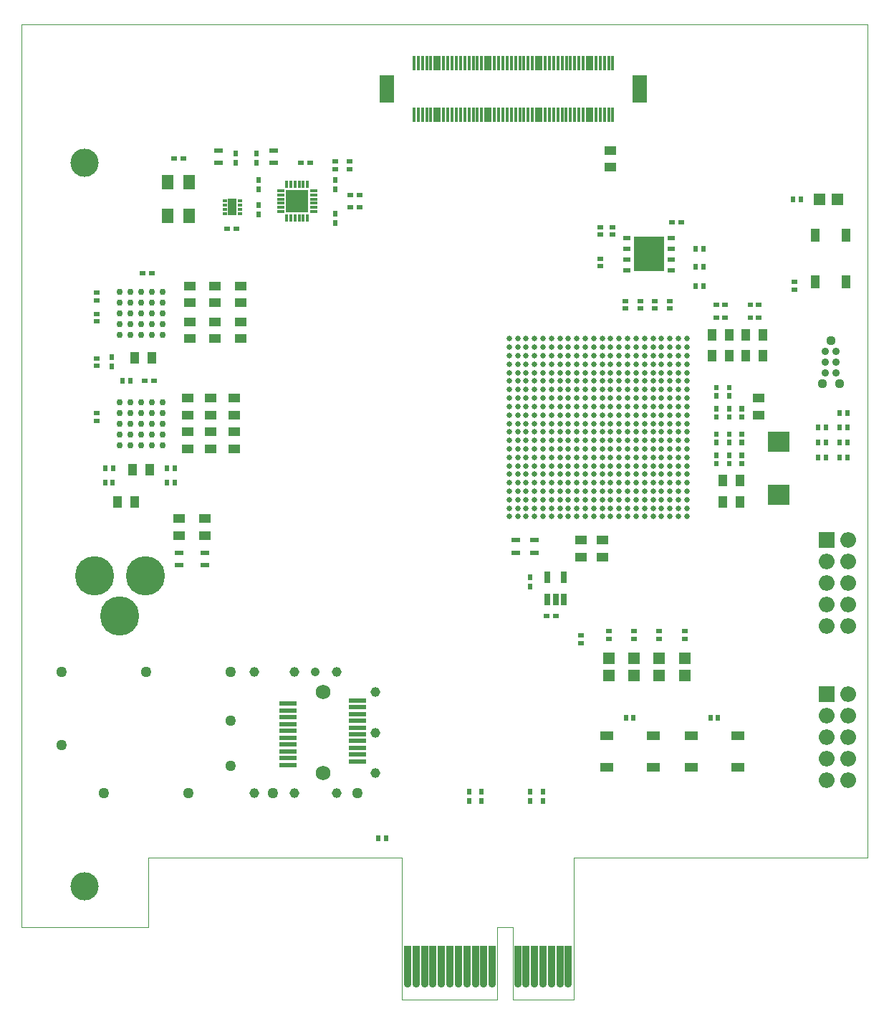
<source format=gts>
G04 #@! TF.FileFunction,Soldermask,Top*
%FSLAX46Y46*%
G04 Gerber Fmt 4.6, Leading zero omitted, Abs format (unit mm)*
G04 Created by KiCad (PCBNEW 4.0.1-stable) date Saturday, December 26, 2015 'PMt' 06:59:42 PM*
%MOMM*%
G01*
G04 APERTURE LIST*
%ADD10C,0.100000*%
%ADD11C,0.050000*%
%ADD12R,1.325880X1.325880*%
%ADD13R,1.854200X1.854200*%
%ADD14O,1.854200X1.854200*%
%ADD15C,4.627000*%
%ADD16R,0.747000X1.347000*%
%ADD17R,1.377000X1.127000*%
%ADD18C,0.762000*%
%ADD19R,0.527000X0.727000*%
%ADD20R,0.727000X0.627000*%
%ADD21R,1.027000X0.627000*%
%ADD22R,1.127000X1.377000*%
%ADD23R,0.627000X0.727000*%
%ADD24R,0.727000X0.527000*%
%ADD25R,0.827000X4.627000*%
%ADD26O,0.827000X0.627000*%
%ADD27C,3.327000*%
%ADD28C,0.630000*%
%ADD29C,1.077000*%
%ADD30C,1.177000*%
%ADD31C,1.277000*%
%ADD32O,0.377000X0.927000*%
%ADD33O,0.927000X0.377000*%
%ADD34R,1.377000X1.377000*%
%ADD35R,0.627000X0.427000*%
%ADD36R,1.027000X1.007000*%
%ADD37R,1.427000X1.727000*%
%ADD38R,3.527000X4.127000*%
%ADD39R,0.877000X0.627000*%
%ADD40R,1.627000X0.977000*%
%ADD41R,0.977000X1.627000*%
%ADD42C,1.727000*%
%ADD43R,2.127000X0.627000*%
%ADD44R,0.459720X1.760200*%
%ADD45R,0.861040X1.760200*%
%ADD46R,1.760200X3.258800*%
%ADD47R,2.557000X2.497000*%
%ADD48C,0.427000*%
%ADD49R,0.327000X0.427000*%
%ADD50R,0.427000X0.627000*%
%ADD51R,0.427000X0.327000*%
%ADD52O,0.914000X0.914000*%
%ADD53C,1.118000*%
G04 APERTURE END LIST*
D10*
D11*
X107150000Y-138250000D02*
X141850000Y-138250000D01*
X107150000Y-155000000D02*
X107150000Y-138250000D01*
X99950000Y-155000000D02*
X107150000Y-155000000D01*
X99950000Y-146500000D02*
X99950000Y-155000000D01*
X98050000Y-146500000D02*
X99950000Y-146500000D01*
X98050000Y-155000000D02*
X98050000Y-146500000D01*
X86850000Y-155000000D02*
X98050000Y-155000000D01*
X86850000Y-138250000D02*
X86850000Y-155000000D01*
X56850000Y-138250000D02*
X86850000Y-138250000D01*
X56850000Y-146500000D02*
X56850000Y-138250000D01*
X41850000Y-146500000D02*
X56850000Y-146500000D01*
X41850000Y-39850000D02*
X41850000Y-146500000D01*
X141850000Y-39850000D02*
X41850000Y-39850000D01*
X141850000Y-138250000D02*
X141850000Y-39850000D01*
D12*
X136200980Y-60500000D03*
X138299020Y-60500000D03*
X111250000Y-114700980D03*
X111250000Y-116799020D03*
X114250000Y-114700980D03*
X114250000Y-116799020D03*
X117250000Y-114700980D03*
X117250000Y-116799020D03*
X120250000Y-114700980D03*
X120250000Y-116799020D03*
D13*
X137000000Y-100750000D03*
D14*
X139540000Y-100750000D03*
X137000000Y-103290000D03*
X139540000Y-103290000D03*
X137000000Y-105830000D03*
X139540000Y-105830000D03*
X137000000Y-108370000D03*
X139540000Y-108370000D03*
X137000000Y-110910000D03*
X139540000Y-110910000D03*
D13*
X137000000Y-119000000D03*
D14*
X139540000Y-119000000D03*
X137000000Y-121540000D03*
X139540000Y-121540000D03*
X137000000Y-124080000D03*
X139540000Y-124080000D03*
X137000000Y-126620000D03*
X139540000Y-126620000D03*
X137000000Y-129160000D03*
X139540000Y-129160000D03*
D15*
X56500000Y-105000000D03*
X50500000Y-105000000D03*
X53500000Y-109700000D03*
D16*
X104050000Y-107810000D03*
X105000000Y-107810000D03*
X105950000Y-107810000D03*
X105950000Y-105190000D03*
X104050000Y-105190000D03*
D17*
X61500000Y-90000000D03*
X61500000Y-88000000D03*
D18*
X58540000Y-89540000D03*
X58540000Y-88270000D03*
X58540000Y-87000000D03*
X58540000Y-85730000D03*
X58540000Y-84460000D03*
X57270000Y-89540000D03*
X57270000Y-88270000D03*
X57270000Y-87000000D03*
X57270000Y-85730000D03*
X57270000Y-84460000D03*
X56000000Y-89540000D03*
X56000000Y-88270000D03*
X56000000Y-87000000D03*
X56000000Y-85730000D03*
X56000000Y-84460000D03*
X54730000Y-89540000D03*
X54730000Y-88270000D03*
X54730000Y-87000000D03*
X54730000Y-85730000D03*
X54730000Y-84460000D03*
X53460000Y-89540000D03*
X53460000Y-88270000D03*
X53460000Y-87000000D03*
X53460000Y-85730000D03*
X53460000Y-84460000D03*
D17*
X61500000Y-84000000D03*
X61500000Y-86000000D03*
D19*
X53800000Y-82000000D03*
X54700000Y-82000000D03*
D20*
X56450000Y-82000000D03*
X57550000Y-82000000D03*
D17*
X63500000Y-100250000D03*
X63500000Y-98250000D03*
D21*
X63500000Y-103750000D03*
X63500000Y-102250000D03*
D17*
X64750000Y-70750000D03*
X64750000Y-72750000D03*
X61750000Y-77000000D03*
X61750000Y-75000000D03*
D22*
X57250000Y-79250000D03*
X55250000Y-79250000D03*
X55250000Y-96250000D03*
X53250000Y-96250000D03*
D20*
X56200000Y-69250000D03*
X57300000Y-69250000D03*
D17*
X64750000Y-77000000D03*
X64750000Y-75000000D03*
X60500000Y-98250000D03*
X60500000Y-100250000D03*
D21*
X60500000Y-102250000D03*
X60500000Y-103750000D03*
D17*
X61750000Y-70750000D03*
X61750000Y-72750000D03*
D23*
X52500000Y-79200000D03*
X52500000Y-80300000D03*
D18*
X58540000Y-76540000D03*
X58540000Y-75270000D03*
X58540000Y-74000000D03*
X58540000Y-72730000D03*
X58540000Y-71460000D03*
X57270000Y-76540000D03*
X57270000Y-75270000D03*
X57270000Y-74000000D03*
X57270000Y-72730000D03*
X57270000Y-71460000D03*
X56000000Y-76540000D03*
X56000000Y-75270000D03*
X56000000Y-74000000D03*
X56000000Y-72730000D03*
X56000000Y-71460000D03*
X54730000Y-76540000D03*
X54730000Y-75270000D03*
X54730000Y-74000000D03*
X54730000Y-72730000D03*
X54730000Y-71460000D03*
X53460000Y-76540000D03*
X53460000Y-75270000D03*
X53460000Y-74000000D03*
X53460000Y-72730000D03*
X53460000Y-71460000D03*
D24*
X50750000Y-74050000D03*
X50750000Y-74950000D03*
X50750000Y-72450000D03*
X50750000Y-71550000D03*
X50750000Y-80200000D03*
X50750000Y-79300000D03*
D19*
X51800000Y-92250000D03*
X52700000Y-92250000D03*
X52650000Y-94000000D03*
X51750000Y-94000000D03*
X59050000Y-94000000D03*
X59950000Y-94000000D03*
D22*
X57000000Y-92500000D03*
X55000000Y-92500000D03*
D19*
X59950000Y-92250000D03*
X59050000Y-92250000D03*
D25*
X100500000Y-151000000D03*
X101500000Y-151000000D03*
X102500000Y-151000000D03*
X103500000Y-151000000D03*
X104500000Y-151000000D03*
X105500000Y-151000000D03*
X106500000Y-151000000D03*
X97500000Y-151000000D03*
X96500000Y-151000000D03*
X95500000Y-151000000D03*
X94500000Y-151000000D03*
X93500000Y-151000000D03*
X92500000Y-151000000D03*
X91500000Y-151000000D03*
X90500000Y-151000000D03*
X89500000Y-151000000D03*
X88500000Y-151000000D03*
X87500000Y-151000000D03*
D26*
X100500000Y-153250000D03*
X101500000Y-153250000D03*
X102500000Y-153250000D03*
X103500000Y-153250000D03*
X104500000Y-153250000D03*
X105500000Y-153250000D03*
X106500000Y-153250000D03*
X97500000Y-153250000D03*
X96500000Y-153250000D03*
X95500000Y-153250000D03*
X94500000Y-153250000D03*
X93500000Y-153250000D03*
X92500000Y-153250000D03*
X91500000Y-153250000D03*
X90500000Y-153250000D03*
X89500000Y-153250000D03*
X88500000Y-153250000D03*
X87500000Y-153250000D03*
D27*
X49350000Y-141650000D03*
X49350000Y-56250000D03*
D28*
X99500000Y-98000000D03*
X99500000Y-97000000D03*
X99500000Y-96000000D03*
X99500000Y-95000000D03*
X99500000Y-94000000D03*
X99500000Y-93000000D03*
X99500000Y-92000000D03*
X99500000Y-91000000D03*
X99500000Y-90000000D03*
X99500000Y-89000000D03*
X99500000Y-88000000D03*
X99500000Y-87000000D03*
X99500000Y-86000000D03*
X99500000Y-85000000D03*
X99500000Y-84000000D03*
X99500000Y-83000000D03*
X99500000Y-82000000D03*
X99500000Y-81000000D03*
X99500000Y-80000000D03*
X99500000Y-79000000D03*
X99500000Y-78000000D03*
X99500000Y-77000000D03*
X100500000Y-98000000D03*
X100500000Y-97000000D03*
X100500000Y-96000000D03*
X100500000Y-95000000D03*
X101500000Y-95000000D03*
X101500000Y-96000000D03*
X101500000Y-97000000D03*
X100500000Y-94000000D03*
X101500000Y-94000000D03*
X101500000Y-98000000D03*
X102500000Y-98000000D03*
X102500000Y-97000000D03*
X103500000Y-97000000D03*
X103500000Y-98000000D03*
X104500000Y-98000000D03*
X104500000Y-97000000D03*
X105500000Y-97000000D03*
X105500000Y-98000000D03*
X106500000Y-98000000D03*
X106500000Y-97000000D03*
X107500000Y-97000000D03*
X107500000Y-98000000D03*
X102500000Y-96000000D03*
X102500000Y-95000000D03*
X102500000Y-94000000D03*
X103500000Y-94000000D03*
X103500000Y-95000000D03*
X103500000Y-96000000D03*
X104500000Y-96000000D03*
X104500000Y-95000000D03*
X104500000Y-94000000D03*
X105500000Y-96000000D03*
X105500000Y-95000000D03*
X105500000Y-94000000D03*
X106500000Y-94000000D03*
X106500000Y-95000000D03*
X106500000Y-96000000D03*
X107500000Y-96000000D03*
X107500000Y-95000000D03*
X107500000Y-94000000D03*
X108500000Y-94000000D03*
X108500000Y-95000000D03*
X108500000Y-96000000D03*
X108500000Y-97000000D03*
X108500000Y-98000000D03*
X109500000Y-98000000D03*
X109500000Y-97000000D03*
X109500000Y-96000000D03*
X109500000Y-95000000D03*
X109500000Y-94000000D03*
X110500000Y-98000000D03*
X110500000Y-97000000D03*
X110500000Y-96000000D03*
X110500000Y-95000000D03*
X110500000Y-94000000D03*
X111500000Y-94000000D03*
X111500000Y-95000000D03*
X111500000Y-96000000D03*
X111500000Y-97000000D03*
X111500000Y-98000000D03*
X112500000Y-98000000D03*
X112500000Y-97000000D03*
X113500000Y-97000000D03*
X113500000Y-98000000D03*
X114500000Y-98000000D03*
X114500000Y-97000000D03*
X115500000Y-97000000D03*
X115500000Y-98000000D03*
X116500000Y-98000000D03*
X116500000Y-97000000D03*
X117500000Y-97000000D03*
X117500000Y-98000000D03*
X118500000Y-98000000D03*
X118500000Y-97000000D03*
X119500000Y-97000000D03*
X119500000Y-98000000D03*
X120500000Y-98000000D03*
X120500000Y-97000000D03*
X120500000Y-96000000D03*
X120500000Y-95000000D03*
X120500000Y-94000000D03*
X120500000Y-93000000D03*
X120500000Y-92000000D03*
X119500000Y-96000000D03*
X119500000Y-95000000D03*
X119500000Y-94000000D03*
X119500000Y-93000000D03*
X119500000Y-92000000D03*
X119500000Y-91000000D03*
X119500000Y-90000000D03*
X119500000Y-89000000D03*
X119500000Y-88000000D03*
X119500000Y-87000000D03*
X119500000Y-86000000D03*
X120500000Y-86000000D03*
X120500000Y-87000000D03*
X120500000Y-88000000D03*
X120500000Y-89000000D03*
X120500000Y-90000000D03*
X120500000Y-91000000D03*
X119500000Y-85000000D03*
X119500000Y-84000000D03*
X119500000Y-83000000D03*
X119500000Y-82000000D03*
X119500000Y-81000000D03*
X119500000Y-80000000D03*
X119500000Y-79000000D03*
X119500000Y-78000000D03*
X119500000Y-77000000D03*
X120500000Y-77000000D03*
X120500000Y-78000000D03*
X120500000Y-79000000D03*
X120500000Y-80000000D03*
X120500000Y-81000000D03*
X120500000Y-82000000D03*
X120500000Y-83000000D03*
X120500000Y-84000000D03*
X120500000Y-85000000D03*
X118500000Y-78000000D03*
X118500000Y-77000000D03*
X117500000Y-77000000D03*
X117500000Y-78000000D03*
X116500000Y-78000000D03*
X116500000Y-77000000D03*
X115500000Y-77000000D03*
X115500000Y-78000000D03*
X114500000Y-78000000D03*
X114500000Y-77000000D03*
X113500000Y-78000000D03*
X113500000Y-77000000D03*
X112500000Y-77000000D03*
X112500000Y-78000000D03*
X111500000Y-78000000D03*
X111500000Y-77000000D03*
X110500000Y-77000000D03*
X110500000Y-78000000D03*
X109500000Y-78000000D03*
X109500000Y-77000000D03*
X108500000Y-77000000D03*
X108500000Y-78000000D03*
X107500000Y-78000000D03*
X107500000Y-77000000D03*
X100500000Y-93000000D03*
X100500000Y-92000000D03*
X100500000Y-91000000D03*
X100500000Y-90000000D03*
X100500000Y-89000000D03*
X100500000Y-88000000D03*
X100500000Y-87000000D03*
X100500000Y-86000000D03*
X100500000Y-85000000D03*
X100500000Y-84000000D03*
X100500000Y-83000000D03*
X100500000Y-82000000D03*
X100500000Y-81000000D03*
X100500000Y-80000000D03*
X100500000Y-79000000D03*
X100500000Y-78000000D03*
X100500000Y-77000000D03*
X101500000Y-77000000D03*
X101500000Y-78000000D03*
X102500000Y-78000000D03*
X102500000Y-77000000D03*
X103500000Y-77000000D03*
X103500000Y-78000000D03*
X104500000Y-78000000D03*
X104500000Y-77000000D03*
X105500000Y-77000000D03*
X105500000Y-78000000D03*
X106500000Y-78000000D03*
X106500000Y-77000000D03*
X101500000Y-93000000D03*
X101500000Y-92000000D03*
X101500000Y-91000000D03*
X101500000Y-90000000D03*
X101500000Y-89000000D03*
X101500000Y-88000000D03*
X101500000Y-87000000D03*
X101500000Y-86000000D03*
X101500000Y-85000000D03*
X101500000Y-84000000D03*
X101500000Y-83000000D03*
X101500000Y-82000000D03*
X101500000Y-81000000D03*
X101500000Y-80000000D03*
X101500000Y-79000000D03*
X102500000Y-79000000D03*
X103500000Y-79000000D03*
X104500000Y-79000000D03*
X105500000Y-79000000D03*
X106500000Y-79000000D03*
X112500000Y-96000000D03*
X113500000Y-96000000D03*
X114500000Y-96000000D03*
X115500000Y-96000000D03*
X116500000Y-96000000D03*
X117500000Y-96000000D03*
X118500000Y-96000000D03*
X118500000Y-95000000D03*
X118500000Y-94000000D03*
X118500000Y-93000000D03*
X118500000Y-92000000D03*
X118500000Y-91000000D03*
X118500000Y-90000000D03*
X118500000Y-89000000D03*
X118500000Y-88000000D03*
X118500000Y-87000000D03*
X118500000Y-86000000D03*
X118500000Y-85000000D03*
X118500000Y-84000000D03*
X118500000Y-83000000D03*
X118500000Y-82000000D03*
X118500000Y-81000000D03*
X118500000Y-80000000D03*
X118500000Y-79000000D03*
X117500000Y-79000000D03*
X116500000Y-79000000D03*
X115500000Y-79000000D03*
X114500000Y-79000000D03*
X113500000Y-79000000D03*
X112500000Y-79000000D03*
X111500000Y-79000000D03*
X110500000Y-79000000D03*
X109500000Y-79000000D03*
X108500000Y-79000000D03*
X107500000Y-79000000D03*
X112500000Y-95000000D03*
X112500000Y-94000000D03*
X113500000Y-95000000D03*
X113500000Y-94000000D03*
X114500000Y-95000000D03*
X114500000Y-94000000D03*
X115500000Y-95000000D03*
X115500000Y-94000000D03*
X116500000Y-95000000D03*
X116500000Y-94000000D03*
X117500000Y-94000000D03*
X117500000Y-95000000D03*
X116500000Y-93000000D03*
X117500000Y-93000000D03*
X117500000Y-92000000D03*
X116500000Y-92000000D03*
X116500000Y-91000000D03*
X117500000Y-91000000D03*
X117500000Y-90000000D03*
X116500000Y-90000000D03*
X116500000Y-89000000D03*
X116500000Y-88000000D03*
X117500000Y-88000000D03*
X117500000Y-89000000D03*
X116500000Y-87000000D03*
X117500000Y-87000000D03*
X116500000Y-86000000D03*
X117500000Y-86000000D03*
X117500000Y-85000000D03*
X116500000Y-85000000D03*
X116500000Y-84000000D03*
X117500000Y-84000000D03*
X117500000Y-83000000D03*
X116500000Y-83000000D03*
X116500000Y-82000000D03*
X116500000Y-81000000D03*
X116500000Y-80000000D03*
X115500000Y-80000000D03*
X115500000Y-81000000D03*
X114500000Y-81000000D03*
X114500000Y-80000000D03*
X117500000Y-80000000D03*
X117500000Y-81000000D03*
X117500000Y-82000000D03*
X113500000Y-81000000D03*
X113500000Y-80000000D03*
X112500000Y-81000000D03*
X112500000Y-80000000D03*
X111500000Y-80000000D03*
X111500000Y-81000000D03*
X110500000Y-81000000D03*
X110500000Y-80000000D03*
X109500000Y-80000000D03*
X109500000Y-81000000D03*
X108500000Y-81000000D03*
X108500000Y-80000000D03*
X107500000Y-80000000D03*
X107500000Y-81000000D03*
X106500000Y-81000000D03*
X106500000Y-80000000D03*
X105500000Y-80000000D03*
X105500000Y-81000000D03*
X104500000Y-81000000D03*
X104500000Y-80000000D03*
X103500000Y-80000000D03*
X102500000Y-80000000D03*
X102500000Y-81000000D03*
X103500000Y-81000000D03*
X103500000Y-82000000D03*
X102500000Y-82000000D03*
X102500000Y-83000000D03*
X103500000Y-83000000D03*
X103500000Y-84000000D03*
X102500000Y-84000000D03*
X102500000Y-85000000D03*
X103500000Y-85000000D03*
X103500000Y-86000000D03*
X102500000Y-86000000D03*
X102500000Y-87000000D03*
X103500000Y-87000000D03*
X103500000Y-88000000D03*
X102500000Y-88000000D03*
X102500000Y-89000000D03*
X103500000Y-89000000D03*
X103500000Y-90000000D03*
X102500000Y-90000000D03*
X102500000Y-91000000D03*
X103500000Y-91000000D03*
X103500000Y-92000000D03*
X102500000Y-92000000D03*
X102500000Y-93000000D03*
X103500000Y-93000000D03*
X104500000Y-93000000D03*
X104500000Y-92000000D03*
X105500000Y-92000000D03*
X105500000Y-93000000D03*
X106500000Y-93000000D03*
X106500000Y-92000000D03*
X107500000Y-92000000D03*
X107500000Y-93000000D03*
X108500000Y-93000000D03*
X108500000Y-92000000D03*
X109500000Y-92000000D03*
X109500000Y-93000000D03*
X110500000Y-93000000D03*
X110500000Y-92000000D03*
X111500000Y-92000000D03*
X111500000Y-93000000D03*
X112500000Y-93000000D03*
X112500000Y-92000000D03*
X113500000Y-92000000D03*
X113500000Y-93000000D03*
X114500000Y-93000000D03*
X115500000Y-93000000D03*
X115500000Y-92000000D03*
X114500000Y-92000000D03*
X114500000Y-91000000D03*
X115500000Y-91000000D03*
X115500000Y-90000000D03*
X114500000Y-90000000D03*
X114500000Y-89000000D03*
X115500000Y-89000000D03*
X115500000Y-88000000D03*
X114500000Y-88000000D03*
X114500000Y-87000000D03*
X115500000Y-87000000D03*
X115500000Y-86000000D03*
X114500000Y-86000000D03*
X114500000Y-85000000D03*
X115500000Y-85000000D03*
X115500000Y-84000000D03*
X114500000Y-84000000D03*
X114500000Y-83000000D03*
X115500000Y-83000000D03*
X115500000Y-82000000D03*
X114500000Y-82000000D03*
X113500000Y-82000000D03*
X113500000Y-83000000D03*
X112500000Y-83000000D03*
X112500000Y-82000000D03*
X111500000Y-82000000D03*
X111500000Y-83000000D03*
X110500000Y-83000000D03*
X110500000Y-82000000D03*
X109500000Y-82000000D03*
X109500000Y-83000000D03*
X108500000Y-83000000D03*
X108500000Y-82000000D03*
X107500000Y-82000000D03*
X107500000Y-83000000D03*
X106500000Y-83000000D03*
X106500000Y-82000000D03*
X105500000Y-82000000D03*
X104500000Y-82000000D03*
X104500000Y-83000000D03*
X105500000Y-83000000D03*
X105500000Y-84000000D03*
X104500000Y-84000000D03*
X104500000Y-85000000D03*
X105500000Y-85000000D03*
X105500000Y-86000000D03*
X104500000Y-86000000D03*
X104500000Y-87000000D03*
X105500000Y-87000000D03*
X105500000Y-88000000D03*
X104500000Y-88000000D03*
X104500000Y-89000000D03*
X105500000Y-89000000D03*
X105500000Y-90000000D03*
X104500000Y-90000000D03*
X104500000Y-91000000D03*
X105500000Y-91000000D03*
X106500000Y-91000000D03*
X106500000Y-90000000D03*
X106500000Y-89000000D03*
X106500000Y-88000000D03*
X106500000Y-87000000D03*
X106500000Y-86000000D03*
X106500000Y-85000000D03*
X106500000Y-84000000D03*
X107500000Y-84000000D03*
X107500000Y-85000000D03*
X107500000Y-86000000D03*
X107500000Y-87000000D03*
X107500000Y-88000000D03*
X107500000Y-89000000D03*
X107500000Y-91000000D03*
X107500000Y-90000000D03*
X108500000Y-91000000D03*
X108500000Y-90000000D03*
X109500000Y-90000000D03*
X109500000Y-91000000D03*
X110500000Y-91000000D03*
X110500000Y-90000000D03*
X111500000Y-91000000D03*
X111500000Y-90000000D03*
X112500000Y-90000000D03*
X112500000Y-91000000D03*
X113500000Y-91000000D03*
X113500000Y-90000000D03*
X113500000Y-89000000D03*
X113500000Y-88000000D03*
X112500000Y-88000000D03*
X112500000Y-89000000D03*
X111500000Y-89000000D03*
X111500000Y-88000000D03*
X111500000Y-87000000D03*
X112500000Y-87000000D03*
X113500000Y-87000000D03*
X113500000Y-86000000D03*
X112500000Y-86000000D03*
X111500000Y-86000000D03*
X111500000Y-85000000D03*
X111500000Y-84000000D03*
X112500000Y-84000000D03*
X112500000Y-85000000D03*
X113500000Y-85000000D03*
X113500000Y-84000000D03*
X110500000Y-84000000D03*
X109500000Y-84000000D03*
X108500000Y-84000000D03*
X108500000Y-85000000D03*
X109500000Y-85000000D03*
X110500000Y-85000000D03*
X110500000Y-86000000D03*
X109500000Y-86000000D03*
X108500000Y-86000000D03*
X108500000Y-87000000D03*
X108500000Y-88000000D03*
X108500000Y-89000000D03*
X109500000Y-89000000D03*
X109500000Y-88000000D03*
X109500000Y-87000000D03*
X110500000Y-87000000D03*
X110500000Y-88000000D03*
X110500000Y-89000000D03*
D29*
X76600000Y-116375000D03*
D30*
X79100000Y-116375000D03*
X74100000Y-116375000D03*
X69400000Y-116375000D03*
X69400000Y-130625000D03*
X79100000Y-130625000D03*
X74100000Y-130625000D03*
X83700000Y-118700000D03*
X83700000Y-123500000D03*
X83700000Y-128300000D03*
D31*
X71600000Y-130625000D03*
X81600000Y-130625000D03*
X66600000Y-116375000D03*
X66600000Y-122055000D03*
X66600000Y-127455000D03*
X56600000Y-116375000D03*
X46600000Y-116375000D03*
X61600000Y-130625000D03*
X51600000Y-130625000D03*
X46600000Y-124955000D03*
D32*
X73175000Y-62700000D03*
X73675000Y-62700000D03*
X74175000Y-62700000D03*
X74675000Y-62700000D03*
X75175000Y-62700000D03*
X75675000Y-62700000D03*
D33*
X76375000Y-62000000D03*
X76375000Y-61500000D03*
X76375000Y-61000000D03*
X76375000Y-60500000D03*
X76375000Y-60000000D03*
X76375000Y-59500000D03*
D32*
X75675000Y-58800000D03*
X75175000Y-58800000D03*
X74675000Y-58800000D03*
X74175000Y-58800000D03*
X73675000Y-58800000D03*
X73175000Y-58800000D03*
D33*
X72475000Y-59500000D03*
X72475000Y-60000000D03*
X72475000Y-60500000D03*
X72475000Y-61000000D03*
X72475000Y-61500000D03*
X72475000Y-62000000D03*
D34*
X75050000Y-60125000D03*
X73800000Y-60125000D03*
X75050000Y-61375000D03*
X73800000Y-61375000D03*
D35*
X67675000Y-62190000D03*
X67675000Y-61690000D03*
X67675000Y-61190000D03*
X67675000Y-60690000D03*
X65875000Y-60690000D03*
X65875000Y-61190000D03*
X65875000Y-61690000D03*
X65875000Y-62190000D03*
D36*
X66775000Y-61000000D03*
X66775000Y-61880000D03*
D37*
X61675000Y-58500000D03*
X61675000Y-62500000D03*
X59175000Y-62500000D03*
X59175000Y-58500000D03*
D38*
X116000000Y-67000000D03*
D39*
X113375000Y-66365000D03*
X113375000Y-67635000D03*
X113375000Y-68905000D03*
X113375000Y-65095000D03*
X118625000Y-65095000D03*
X118625000Y-66365000D03*
X118625000Y-67635000D03*
X118625000Y-68905000D03*
D40*
X111000000Y-127600000D03*
X116500000Y-127600000D03*
X116500000Y-123900000D03*
X111000000Y-123900000D03*
X121000000Y-127600000D03*
X126500000Y-127600000D03*
X126500000Y-123900000D03*
X121000000Y-123900000D03*
D41*
X139350000Y-70250000D03*
X139350000Y-64750000D03*
X135650000Y-64750000D03*
X135650000Y-70250000D03*
D19*
X113300000Y-121750000D03*
X114200000Y-121750000D03*
X123300000Y-121750000D03*
X124200000Y-121750000D03*
D24*
X120250000Y-112450000D03*
X120250000Y-111550000D03*
X117250000Y-112450000D03*
X117250000Y-111550000D03*
X114250000Y-112450000D03*
X114250000Y-111550000D03*
X111250000Y-112450000D03*
X111250000Y-111550000D03*
D19*
X121550000Y-70750000D03*
X122450000Y-70750000D03*
X122450000Y-68500000D03*
X121550000Y-68500000D03*
D24*
X133250000Y-71200000D03*
X133250000Y-70300000D03*
D19*
X133050000Y-60500000D03*
X133950000Y-60500000D03*
X139450000Y-85750000D03*
X138550000Y-85750000D03*
D24*
X111750000Y-63800000D03*
X111750000Y-64700000D03*
D19*
X136950000Y-91000000D03*
X136050000Y-91000000D03*
X139450000Y-91000000D03*
X138550000Y-91000000D03*
X122450000Y-66375000D03*
X121550000Y-66375000D03*
D24*
X110250000Y-67550000D03*
X110250000Y-68450000D03*
X110250000Y-63800000D03*
X110250000Y-64700000D03*
D19*
X136950000Y-89250000D03*
X136050000Y-89250000D03*
X139450000Y-89250000D03*
X138550000Y-89250000D03*
D24*
X118500000Y-72550000D03*
X118500000Y-73450000D03*
X116750000Y-72550000D03*
X116750000Y-73450000D03*
X115000000Y-72550000D03*
X115000000Y-73450000D03*
X113250000Y-72550000D03*
X113250000Y-73450000D03*
D19*
X136950000Y-87500000D03*
X136050000Y-87500000D03*
X139450000Y-87500000D03*
X138550000Y-87500000D03*
X84950000Y-136000000D03*
X84050000Y-136000000D03*
D24*
X108000000Y-112050000D03*
X108000000Y-112950000D03*
D42*
X77500000Y-118700000D03*
X77500000Y-128300000D03*
D43*
X73400000Y-120100000D03*
X73400000Y-120900000D03*
X73400000Y-121700000D03*
X73400000Y-122500000D03*
X73400000Y-123300000D03*
X73400000Y-124100000D03*
X73400000Y-124900000D03*
X73400000Y-125700000D03*
X73400000Y-126500000D03*
X73400000Y-127300000D03*
X81600000Y-126900000D03*
X81600000Y-126100000D03*
X81600000Y-125300000D03*
X81600000Y-124500000D03*
X81600000Y-123700000D03*
X81600000Y-122900000D03*
X81600000Y-122100000D03*
X81600000Y-121300000D03*
X81600000Y-120500000D03*
X81600000Y-119700000D03*
D44*
X88249960Y-50560700D03*
X88750340Y-50560700D03*
X89250720Y-50560700D03*
X89751100Y-50560700D03*
X90248940Y-50560700D03*
D45*
X91000780Y-50560700D03*
D44*
X91750080Y-50560700D03*
X92250460Y-50560700D03*
X92750840Y-50560700D03*
X93251220Y-50560700D03*
X93749060Y-50560700D03*
X94249440Y-50560700D03*
X94749820Y-50560700D03*
X95250200Y-50560700D03*
X95750580Y-50560700D03*
X96250960Y-50560700D03*
D45*
X97000260Y-50560700D03*
D44*
X97749560Y-50560700D03*
X98249940Y-50560700D03*
X98750320Y-50560700D03*
X99250700Y-50560700D03*
X99751080Y-50560700D03*
X100248920Y-50560700D03*
X100749300Y-50560700D03*
X101249680Y-50560700D03*
X101750060Y-50560700D03*
X102250440Y-50560700D03*
D45*
X103002280Y-50560700D03*
D44*
X103749040Y-50560700D03*
X104249420Y-50560700D03*
X104749800Y-50560700D03*
X105250180Y-50560700D03*
X105750560Y-50560700D03*
X106250940Y-50560700D03*
X106748780Y-50560700D03*
X107249160Y-50560700D03*
X107749540Y-50560700D03*
X108249920Y-50560700D03*
D45*
X109001760Y-50560700D03*
D44*
X109751060Y-50560700D03*
X110248900Y-50560700D03*
X110749280Y-50560700D03*
X111249660Y-50560700D03*
X111750040Y-50560700D03*
X111755120Y-44459620D03*
X111254740Y-44459620D03*
X110754360Y-44459620D03*
X110253980Y-44459620D03*
X109756140Y-44459620D03*
D45*
X109006840Y-44459620D03*
D44*
X108255000Y-44459620D03*
X107754620Y-44459620D03*
X107254240Y-44459620D03*
X106753860Y-44459620D03*
X106256020Y-44459620D03*
X105755640Y-44459620D03*
X105255260Y-44459620D03*
X104754880Y-44459620D03*
X104254500Y-44459620D03*
X103754120Y-44459620D03*
D45*
X103004820Y-44459620D03*
D44*
X102252980Y-44459620D03*
X101752600Y-44459620D03*
X101252220Y-44459620D03*
X100751840Y-44459620D03*
X100254000Y-44459620D03*
X99753620Y-44459620D03*
X99253240Y-44459620D03*
X98752860Y-44459620D03*
X98252480Y-44459620D03*
X97752100Y-44459620D03*
D45*
X97002800Y-44459620D03*
D44*
X96250960Y-44459620D03*
X95750580Y-44459620D03*
X95250200Y-44459620D03*
X94749820Y-44459620D03*
X94251980Y-44459620D03*
X93751600Y-44459620D03*
X93251220Y-44459620D03*
X92750840Y-44459620D03*
X92250460Y-44459620D03*
X91750080Y-44459620D03*
D45*
X91000780Y-44459620D03*
D44*
X90248940Y-44459620D03*
X89751100Y-44459620D03*
X89250720Y-44459620D03*
X88750340Y-44459620D03*
X88249960Y-44459620D03*
D46*
X114950440Y-47500000D03*
X85049560Y-47500000D03*
D21*
X65175000Y-54750000D03*
X65175000Y-56250000D03*
X71675000Y-54750000D03*
X71675000Y-56250000D03*
X102500000Y-102250000D03*
X102500000Y-100750000D03*
X100250000Y-102250000D03*
X100250000Y-100750000D03*
D23*
X78925000Y-59350000D03*
X78925000Y-58250000D03*
X69925000Y-62350000D03*
X69925000Y-61250000D03*
X69675000Y-56250000D03*
X69675000Y-55150000D03*
D20*
X60975000Y-55750000D03*
X59875000Y-55750000D03*
D23*
X78925000Y-62250000D03*
X78925000Y-63350000D03*
D20*
X67225000Y-64000000D03*
X66125000Y-64000000D03*
X74875000Y-56250000D03*
X75975000Y-56250000D03*
D23*
X67175000Y-56250000D03*
X67175000Y-55150000D03*
X69925000Y-59350000D03*
X69925000Y-58250000D03*
D20*
X118700000Y-63250000D03*
X119800000Y-63250000D03*
X80700000Y-61500000D03*
X81800000Y-61500000D03*
X80700000Y-60000000D03*
X81800000Y-60000000D03*
D22*
X124750000Y-96250000D03*
X126750000Y-96250000D03*
X127500000Y-76500000D03*
X129500000Y-76500000D03*
X124750000Y-93750000D03*
X126750000Y-93750000D03*
D17*
X111500000Y-54750000D03*
X111500000Y-56750000D03*
D22*
X127500000Y-79000000D03*
X129500000Y-79000000D03*
X123500000Y-76500000D03*
X125500000Y-76500000D03*
D17*
X129000000Y-86000000D03*
X129000000Y-84000000D03*
D22*
X123500000Y-79000000D03*
X125500000Y-79000000D03*
D17*
X108000000Y-100750000D03*
X108000000Y-102750000D03*
X110500000Y-100750000D03*
X110500000Y-102750000D03*
D47*
X131350000Y-95420000D03*
X131350000Y-89180000D03*
D23*
X103475000Y-130450000D03*
X103475000Y-131550000D03*
X102000000Y-130450000D03*
X102000000Y-131550000D03*
X96250000Y-130450000D03*
X96250000Y-131550000D03*
X94750000Y-130475000D03*
X94750000Y-131575000D03*
D24*
X80675000Y-56050000D03*
X80675000Y-56950000D03*
X78925000Y-56050000D03*
X78925000Y-56950000D03*
D35*
X127000000Y-88250000D03*
X127000000Y-89250000D03*
D48*
X127100000Y-88400000D03*
X126900000Y-88400000D03*
X126900000Y-88100000D03*
X127100000Y-88100000D03*
X127100000Y-89100000D03*
X126900000Y-89100000D03*
X126900000Y-89400000D03*
X127100000Y-89400000D03*
D49*
X127000000Y-89400000D03*
X127000000Y-89100000D03*
X127000000Y-88400000D03*
X127000000Y-88100000D03*
D35*
X124000000Y-88250000D03*
X124000000Y-89250000D03*
D48*
X124100000Y-88400000D03*
X123900000Y-88400000D03*
X123900000Y-88100000D03*
X124100000Y-88100000D03*
X124100000Y-89100000D03*
X123900000Y-89100000D03*
X123900000Y-89400000D03*
X124100000Y-89400000D03*
D49*
X124000000Y-89400000D03*
X124000000Y-89100000D03*
X124000000Y-88400000D03*
X124000000Y-88100000D03*
D50*
X128000000Y-74500000D03*
X129000000Y-74500000D03*
D48*
X128150000Y-74400000D03*
X128150000Y-74600000D03*
X127850000Y-74600000D03*
X127850000Y-74400000D03*
X128850000Y-74400000D03*
X128850000Y-74600000D03*
X129150000Y-74600000D03*
X129150000Y-74400000D03*
D51*
X129150000Y-74500000D03*
X128850000Y-74500000D03*
X128150000Y-74500000D03*
X127850000Y-74500000D03*
D35*
X125500000Y-88250000D03*
X125500000Y-89250000D03*
D48*
X125600000Y-88400000D03*
X125400000Y-88400000D03*
X125400000Y-88100000D03*
X125600000Y-88100000D03*
X125600000Y-89100000D03*
X125400000Y-89100000D03*
X125400000Y-89400000D03*
X125600000Y-89400000D03*
D49*
X125500000Y-89400000D03*
X125500000Y-89100000D03*
X125500000Y-88400000D03*
X125500000Y-88100000D03*
D35*
X125500000Y-83750000D03*
X125500000Y-82750000D03*
D48*
X125400000Y-83600000D03*
X125600000Y-83600000D03*
X125600000Y-83900000D03*
X125400000Y-83900000D03*
X125400000Y-82900000D03*
X125600000Y-82900000D03*
X125600000Y-82600000D03*
X125400000Y-82600000D03*
D49*
X125500000Y-82600000D03*
X125500000Y-82900000D03*
X125500000Y-83600000D03*
X125500000Y-83900000D03*
D50*
X128000000Y-73000000D03*
X129000000Y-73000000D03*
D48*
X128150000Y-72900000D03*
X128150000Y-73100000D03*
X127850000Y-73100000D03*
X127850000Y-72900000D03*
X128850000Y-72900000D03*
X128850000Y-73100000D03*
X129150000Y-73100000D03*
X129150000Y-72900000D03*
D51*
X129150000Y-73000000D03*
X128850000Y-73000000D03*
X128150000Y-73000000D03*
X127850000Y-73000000D03*
D35*
X127000000Y-90750000D03*
X127000000Y-91750000D03*
D48*
X127100000Y-90900000D03*
X126900000Y-90900000D03*
X126900000Y-90600000D03*
X127100000Y-90600000D03*
X127100000Y-91600000D03*
X126900000Y-91600000D03*
X126900000Y-91900000D03*
X127100000Y-91900000D03*
D49*
X127000000Y-91900000D03*
X127000000Y-91600000D03*
X127000000Y-90900000D03*
X127000000Y-90600000D03*
D35*
X127000000Y-86250000D03*
X127000000Y-85250000D03*
D48*
X126900000Y-86100000D03*
X127100000Y-86100000D03*
X127100000Y-86400000D03*
X126900000Y-86400000D03*
X126900000Y-85400000D03*
X127100000Y-85400000D03*
X127100000Y-85100000D03*
X126900000Y-85100000D03*
D49*
X127000000Y-85100000D03*
X127000000Y-85400000D03*
X127000000Y-86100000D03*
X127000000Y-86400000D03*
D35*
X125500000Y-90750000D03*
X125500000Y-91750000D03*
D48*
X125600000Y-90900000D03*
X125400000Y-90900000D03*
X125400000Y-90600000D03*
X125600000Y-90600000D03*
X125600000Y-91600000D03*
X125400000Y-91600000D03*
X125400000Y-91900000D03*
X125600000Y-91900000D03*
D49*
X125500000Y-91900000D03*
X125500000Y-91600000D03*
X125500000Y-90900000D03*
X125500000Y-90600000D03*
D35*
X125500000Y-86250000D03*
X125500000Y-85250000D03*
D48*
X125400000Y-86100000D03*
X125600000Y-86100000D03*
X125600000Y-86400000D03*
X125400000Y-86400000D03*
X125400000Y-85400000D03*
X125600000Y-85400000D03*
X125600000Y-85100000D03*
X125400000Y-85100000D03*
D49*
X125500000Y-85100000D03*
X125500000Y-85400000D03*
X125500000Y-86100000D03*
X125500000Y-86400000D03*
D35*
X124000000Y-90750000D03*
X124000000Y-91750000D03*
D48*
X124100000Y-90900000D03*
X123900000Y-90900000D03*
X123900000Y-90600000D03*
X124100000Y-90600000D03*
X124100000Y-91600000D03*
X123900000Y-91600000D03*
X123900000Y-91900000D03*
X124100000Y-91900000D03*
D49*
X124000000Y-91900000D03*
X124000000Y-91600000D03*
X124000000Y-90900000D03*
X124000000Y-90600000D03*
D35*
X124000000Y-83750000D03*
X124000000Y-82750000D03*
D48*
X123900000Y-83600000D03*
X124100000Y-83600000D03*
X124100000Y-83900000D03*
X123900000Y-83900000D03*
X123900000Y-82900000D03*
X124100000Y-82900000D03*
X124100000Y-82600000D03*
X123900000Y-82600000D03*
D49*
X124000000Y-82600000D03*
X124000000Y-82900000D03*
X124000000Y-83600000D03*
X124000000Y-83900000D03*
D35*
X124000000Y-86250000D03*
X124000000Y-85250000D03*
D48*
X123900000Y-86100000D03*
X124100000Y-86100000D03*
X124100000Y-86400000D03*
X123900000Y-86400000D03*
X123900000Y-85400000D03*
X124100000Y-85400000D03*
X124100000Y-85100000D03*
X123900000Y-85100000D03*
D49*
X124000000Y-85100000D03*
X124000000Y-85400000D03*
X124000000Y-86100000D03*
X124000000Y-86400000D03*
D50*
X124000000Y-73000000D03*
X125000000Y-73000000D03*
D48*
X124150000Y-72900000D03*
X124150000Y-73100000D03*
X123850000Y-73100000D03*
X123850000Y-72900000D03*
X124850000Y-72900000D03*
X124850000Y-73100000D03*
X125150000Y-73100000D03*
X125150000Y-72900000D03*
D51*
X125150000Y-73000000D03*
X124850000Y-73000000D03*
X124150000Y-73000000D03*
X123850000Y-73000000D03*
D50*
X124000000Y-74500000D03*
X125000000Y-74500000D03*
D48*
X124150000Y-74400000D03*
X124150000Y-74600000D03*
X123850000Y-74600000D03*
X123850000Y-74400000D03*
X124850000Y-74400000D03*
X124850000Y-74600000D03*
X125150000Y-74600000D03*
X125150000Y-74400000D03*
D51*
X125150000Y-74500000D03*
X124850000Y-74500000D03*
X124150000Y-74500000D03*
X123850000Y-74500000D03*
D20*
X103900000Y-109700000D03*
X105000000Y-109700000D03*
D23*
X102000000Y-105200000D03*
X102000000Y-106300000D03*
D52*
X136865000Y-78480000D03*
X138135000Y-78480000D03*
X136865000Y-79750000D03*
X138135000Y-79750000D03*
X136865000Y-81020000D03*
X138135000Y-81020000D03*
D53*
X138516000Y-82290000D03*
X136484000Y-82290000D03*
X137500000Y-77210000D03*
D17*
X64250000Y-84000000D03*
X64250000Y-86000000D03*
X64250000Y-90000000D03*
X64250000Y-88000000D03*
X67750000Y-70750000D03*
X67750000Y-72750000D03*
X67750000Y-77000000D03*
X67750000Y-75000000D03*
X67000000Y-84000000D03*
X67000000Y-86000000D03*
X67000000Y-90000000D03*
X67000000Y-88000000D03*
D24*
X50750000Y-85800000D03*
X50750000Y-86700000D03*
M02*

</source>
